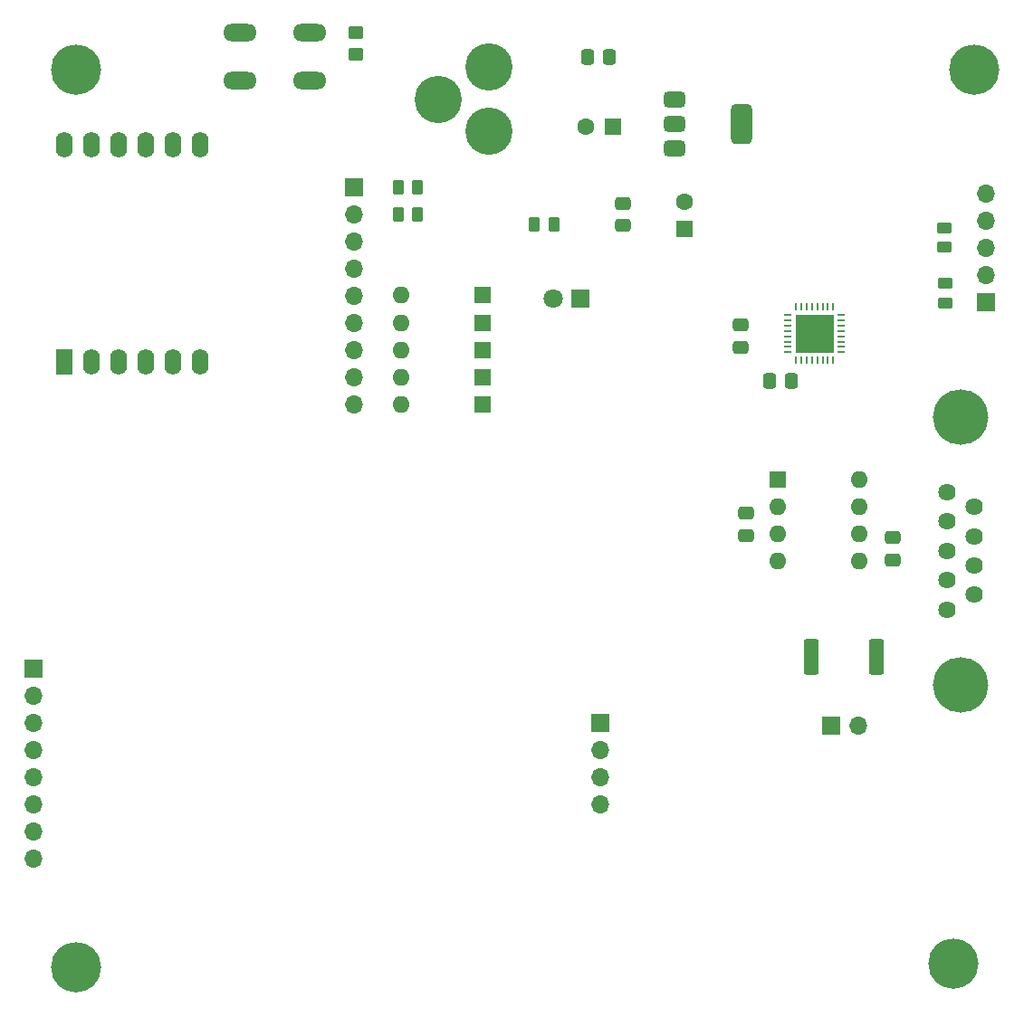
<source format=gts>
G04 #@! TF.GenerationSoftware,KiCad,Pcbnew,8.0.6*
G04 #@! TF.CreationDate,2025-01-18T11:25:32-05:00*
G04 #@! TF.ProjectId,RL78_F14_32p_Rev2,524c3738-5f46-4313-945f-3332705f5265,rev?*
G04 #@! TF.SameCoordinates,Original*
G04 #@! TF.FileFunction,Soldermask,Top*
G04 #@! TF.FilePolarity,Negative*
%FSLAX46Y46*%
G04 Gerber Fmt 4.6, Leading zero omitted, Abs format (unit mm)*
G04 Created by KiCad (PCBNEW 8.0.6) date 2025-01-18 11:25:32*
%MOMM*%
%LPD*%
G01*
G04 APERTURE LIST*
G04 Aperture macros list*
%AMRoundRect*
0 Rectangle with rounded corners*
0 $1 Rounding radius*
0 $2 $3 $4 $5 $6 $7 $8 $9 X,Y pos of 4 corners*
0 Add a 4 corners polygon primitive as box body*
4,1,4,$2,$3,$4,$5,$6,$7,$8,$9,$2,$3,0*
0 Add four circle primitives for the rounded corners*
1,1,$1+$1,$2,$3*
1,1,$1+$1,$4,$5*
1,1,$1+$1,$6,$7*
1,1,$1+$1,$8,$9*
0 Add four rect primitives between the rounded corners*
20,1,$1+$1,$2,$3,$4,$5,0*
20,1,$1+$1,$4,$5,$6,$7,0*
20,1,$1+$1,$6,$7,$8,$9,0*
20,1,$1+$1,$8,$9,$2,$3,0*%
G04 Aperture macros list end*
%ADD10C,4.700000*%
%ADD11C,4.419600*%
%ADD12RoundRect,0.250000X0.337500X0.475000X-0.337500X0.475000X-0.337500X-0.475000X0.337500X-0.475000X0*%
%ADD13R,1.600000X1.600000*%
%ADD14O,1.600000X1.600000*%
%ADD15R,1.700000X1.700000*%
%ADD16O,1.700000X1.700000*%
%ADD17RoundRect,0.250000X0.450000X-0.262500X0.450000X0.262500X-0.450000X0.262500X-0.450000X-0.262500X0*%
%ADD18RoundRect,0.250000X-0.262500X-0.450000X0.262500X-0.450000X0.262500X0.450000X-0.262500X0.450000X0*%
%ADD19RoundRect,0.250000X-0.450000X0.350000X-0.450000X-0.350000X0.450000X-0.350000X0.450000X0.350000X0*%
%ADD20R,1.600000X2.400000*%
%ADD21O,1.600000X2.400000*%
%ADD22C,1.600000*%
%ADD23RoundRect,0.250000X0.475000X-0.337500X0.475000X0.337500X-0.475000X0.337500X-0.475000X-0.337500X0*%
%ADD24RoundRect,0.250000X0.262500X0.450000X-0.262500X0.450000X-0.262500X-0.450000X0.262500X-0.450000X0*%
%ADD25RoundRect,0.062500X-0.312500X-0.062500X0.312500X-0.062500X0.312500X0.062500X-0.312500X0.062500X0*%
%ADD26RoundRect,0.062500X-0.062500X-0.312500X0.062500X-0.312500X0.062500X0.312500X-0.062500X0.312500X0*%
%ADD27R,3.650000X3.650000*%
%ADD28RoundRect,0.249999X-0.450001X-1.425001X0.450001X-1.425001X0.450001X1.425001X-0.450001X1.425001X0*%
%ADD29O,3.149600X1.625600*%
%ADD30RoundRect,0.375000X-0.625000X-0.375000X0.625000X-0.375000X0.625000X0.375000X-0.625000X0.375000X0*%
%ADD31RoundRect,0.500000X-0.500000X-1.400000X0.500000X-1.400000X0.500000X1.400000X-0.500000X1.400000X0*%
%ADD32R,1.800000X1.800000*%
%ADD33C,1.800000*%
%ADD34C,1.625600*%
%ADD35C,5.181600*%
G04 APERTURE END LIST*
D10*
X78000000Y-73000000D03*
X162000000Y-73000000D03*
X78000000Y-157000000D03*
X159997000Y-156643000D03*
D11*
X116550000Y-72750000D03*
X111850000Y-75750000D03*
X116550000Y-78750000D03*
D12*
X127867500Y-71820000D03*
X125792500Y-71820000D03*
D13*
X116000000Y-94050000D03*
D14*
X108380000Y-94050000D03*
D15*
X148625000Y-134350000D03*
D16*
X151165000Y-134350000D03*
D13*
X116000000Y-104320000D03*
D14*
X108380000Y-104320000D03*
D17*
X159200000Y-89575000D03*
X159200000Y-87750000D03*
D18*
X120837500Y-87450000D03*
X122662500Y-87450000D03*
D19*
X104150000Y-69500000D03*
X104150000Y-71500000D03*
D20*
X76900000Y-100320000D03*
D21*
X79440000Y-100320000D03*
X81980000Y-100320000D03*
X84520000Y-100320000D03*
X87060000Y-100320000D03*
X89600000Y-100320000D03*
X89600000Y-80000000D03*
X87060000Y-80000000D03*
X84520000Y-80000000D03*
X81980000Y-80000000D03*
X79440000Y-80000000D03*
X76900000Y-80000000D03*
D15*
X104000000Y-84000000D03*
D16*
X104000000Y-86540000D03*
X104000000Y-89080000D03*
X104000000Y-91620000D03*
X104000000Y-94160000D03*
X104000000Y-96700000D03*
X104000000Y-99240000D03*
X104000000Y-101780000D03*
X104000000Y-104320000D03*
D13*
X134900000Y-87832400D03*
D22*
X134900000Y-85332400D03*
D13*
X128175000Y-78325000D03*
D22*
X125675000Y-78325000D03*
D13*
X116000000Y-101780000D03*
D14*
X108380000Y-101780000D03*
D23*
X140100000Y-98925000D03*
X140100000Y-96850000D03*
D24*
X109912500Y-86540000D03*
X108087500Y-86540000D03*
X109912500Y-84000000D03*
X108087500Y-84000000D03*
D13*
X143600000Y-111300000D03*
D14*
X143600000Y-113840000D03*
X143600000Y-116380000D03*
X143600000Y-118920000D03*
X151220000Y-118920000D03*
X151220000Y-116380000D03*
X151220000Y-113840000D03*
X151220000Y-111300000D03*
D13*
X116000000Y-96700000D03*
D14*
X108380000Y-96700000D03*
D23*
X154350000Y-118837500D03*
X154350000Y-116762500D03*
X140600000Y-116537500D03*
X140600000Y-114462500D03*
D25*
X144567500Y-95920000D03*
X144567500Y-96420000D03*
X144567500Y-96920000D03*
X144567500Y-97420000D03*
X144567500Y-97920000D03*
X144567500Y-98420000D03*
X144567500Y-98920000D03*
X144567500Y-99420000D03*
D26*
X145292500Y-100145000D03*
X145792500Y-100145000D03*
X146292500Y-100145000D03*
X146792500Y-100145000D03*
X147292500Y-100145000D03*
X147792500Y-100145000D03*
X148292500Y-100145000D03*
X148792500Y-100145000D03*
D25*
X149517500Y-99420000D03*
X149517500Y-98920000D03*
X149517500Y-98420000D03*
X149517500Y-97920000D03*
X149517500Y-97420000D03*
X149517500Y-96920000D03*
X149517500Y-96420000D03*
X149517500Y-95920000D03*
D26*
X148792500Y-95195000D03*
X148292500Y-95195000D03*
X147792500Y-95195000D03*
X147292500Y-95195000D03*
X146792500Y-95195000D03*
X146292500Y-95195000D03*
X145792500Y-95195000D03*
X145292500Y-95195000D03*
D27*
X147042500Y-97670000D03*
D15*
X74000000Y-129000000D03*
D16*
X74000000Y-131540000D03*
X74000000Y-134080000D03*
X74000000Y-136620000D03*
X74000000Y-139160000D03*
X74000000Y-141700000D03*
X74000000Y-144240000D03*
X74000000Y-146780000D03*
D23*
X129100000Y-87537500D03*
X129100000Y-85462500D03*
D17*
X159260000Y-94775000D03*
X159260000Y-92950000D03*
D15*
X163080000Y-94742500D03*
D16*
X163080000Y-92202500D03*
X163080000Y-89662500D03*
X163080000Y-87122500D03*
X163080000Y-84582500D03*
D28*
X146750000Y-127950000D03*
X152850000Y-127950000D03*
D29*
X93298800Y-69489400D03*
X99801200Y-69489400D03*
X93298800Y-74010600D03*
X99801200Y-74010600D03*
D15*
X127000000Y-134080000D03*
D16*
X127000000Y-136620000D03*
X127000000Y-139160000D03*
X127000000Y-141700000D03*
D30*
X133930000Y-75727500D03*
X133930000Y-78027500D03*
D31*
X140230000Y-78027500D03*
D30*
X133930000Y-80327500D03*
D12*
X144900000Y-102100000D03*
X142825000Y-102100000D03*
D32*
X125175000Y-94400000D03*
D33*
X122635000Y-94400000D03*
D34*
X159430000Y-112513600D03*
X159430000Y-115256800D03*
X159430000Y-118000000D03*
X159430000Y-120743200D03*
X159430000Y-123486400D03*
X161970000Y-113885200D03*
X161970000Y-116628400D03*
X161970000Y-119371600D03*
X161970000Y-122114800D03*
D35*
X160700000Y-105477800D03*
X160700000Y-130522200D03*
D13*
X116000000Y-99240000D03*
D14*
X108380000Y-99240000D03*
M02*

</source>
